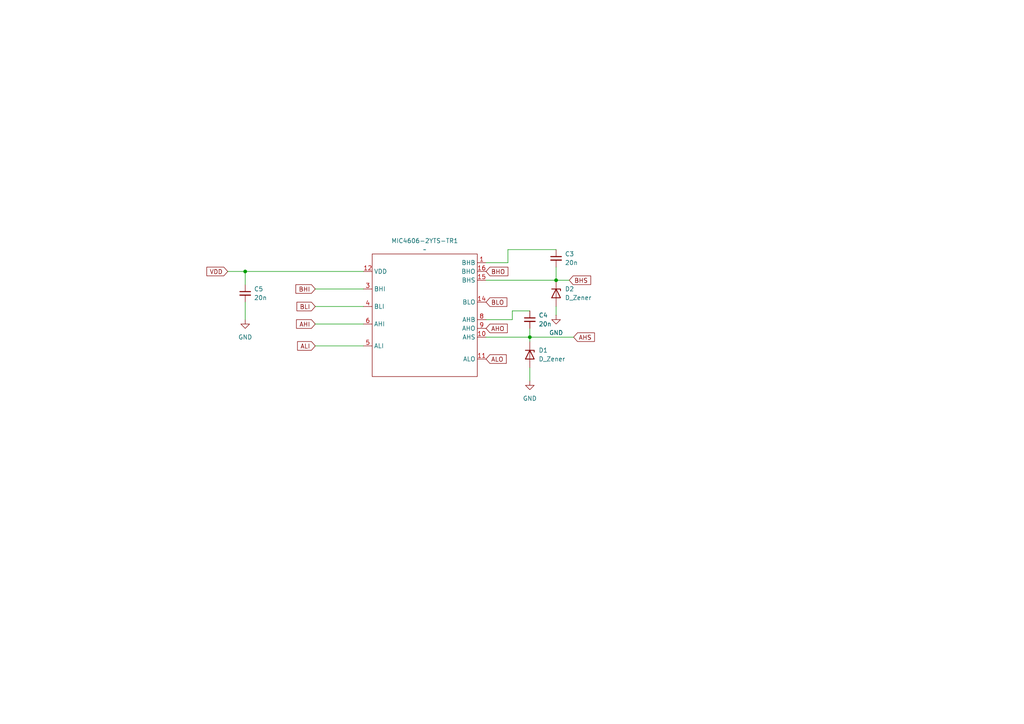
<source format=kicad_sch>
(kicad_sch (version 20231120) (generator "eeschema") (generator_version "8.0")
  (paper "A4")
  (lib_symbols
    (symbol "Device:C_Small" (pin_numbers hide) (pin_names (offset 0.254) hide)
      (property "Reference" "C" (at 0.254 1.778 0))
      (property "Value" "C_Small" (at 0.254 -2.032 0))
      (symbol "C_Small_0_1"
        (polyline (pts (xy -1.524 -0.508) (xy 1.524 -0.508)) (stroke (width 0.3302)))
        (polyline (pts (xy -1.524 0.508) (xy 1.524 0.508)) (stroke (width 0.3048)))
      )
      (symbol "C_Small_1_1"
        (pin passive line (at 0 2.54 270) (length 2.032) (name "~") (number "1"))
        (pin passive line (at 0 -2.54 90) (length 2.032) (name "~") (number "2"))
      )
    )
    (symbol "Device:D_Zener" (pin_numbers hide) (pin_names (offset 1.016) hide)
      (property "Reference" "D" (at 0 2.54 0))
      (property "Value" "D_Zener" (at 0 -2.54 0))
      (symbol "D_Zener_0_1"
        (polyline (pts (xy 1.27 0) (xy -1.27 0)))
        (polyline (pts (xy -1.27 -1.27) (xy -1.27 1.27) (xy -0.762 1.27)) (stroke (width 0.254)))
        (polyline (pts (xy 1.27 -1.27) (xy 1.27 1.27) (xy -1.27 0) (xy 1.27 -1.27)) (stroke (width 0.254)))
      )
      (symbol "D_Zener_1_1"
        (pin passive line (at -3.81 0 0) (length 2.54) (name "K") (number "1"))
        (pin passive line (at 3.81 0 180) (length 2.54) (name "A") (number "2"))
      )
    )
    (symbol "gate_driver:MIC_4606"
      (property "Reference" "MIC4606-2YTS-TR" (at 0 0 0))
      (symbol "MIC_4606_0_1"
        (rectangle (start -15.24 16.51) (end 15.24 -19.05))
      )
      (symbol "MIC_4606_1_1"
        (pin power_out line (at 17.78 13.97 180) (length 2.54) (name "BHB") (number "1"))
        (pin power_out line (at 17.78 -7.62 180) (length 2.54) (name "AHS") (number "10"))
        (pin power_out line (at 17.78 -13.97 180) (length 2.54) (name "ALO") (number "11"))
        (pin power_in line (at -17.78 11.43 0) (length 2.54) (name "VDD") (number "12"))
        (pin power_out line (at 17.78 2.54 180) (length 2.54) (name "BLO") (number "14"))
        (pin power_out line (at 17.78 8.89 180) (length 2.54) (name "BHS") (number "15"))
        (pin power_out line (at 17.78 11.43 180) (length 2.54) (name "BHO") (number "16"))
        (pin input line (at -17.78 6.35 0) (length 2.54) (name "BHI") (number "3"))
        (pin input line (at -17.78 1.27 0) (length 2.54) (name "BLI") (number "4"))
        (pin input line (at -17.78 -10.16 0) (length 2.54) (name "ALI") (number "5"))
        (pin input line (at -17.78 -3.81 0) (length 2.54) (name "AHI") (number "6"))
        (pin power_out line (at 17.78 -2.54 180) (length 2.54) (name "AHB") (number "8"))
        (pin power_out line (at 17.78 -5.08 180) (length 2.54) (name "AHO") (number "9"))
      )
    )
    (symbol "power:GND" (power) (pin_numbers hide) (pin_names (offset 0) hide)
      (property "Value" "GND" (at 0 -3.81 0))
      (symbol "GND_0_1"
        (polyline (pts (xy 0 0) (xy 0 -1.27) (xy 1.27 -1.27) (xy 0 -2.54) (xy -1.27 -1.27) (xy 0 -1.27)))
      )
      (symbol "GND_1_1"
        (pin power_in line (at 0 0 270) (length 0) (name "~") (number "1"))
      )
    )
  )
  (junction (at 161.29 81.28))
  (junction (at 153.67 97.79))
  (junction (at 71.12 78.74))
  (wire (pts (xy 91.44 93.98) (xy 105.41 93.98)))
  (wire (pts (xy 165.1 81.28) (xy 161.29 81.28)))
  (wire (pts (xy 153.67 95.25) (xy 153.67 97.79)))
  (wire (pts (xy 161.29 81.28) (xy 140.97 81.28)))
  (wire (pts (xy 153.67 97.79) (xy 153.67 99.06)))
  (wire (pts (xy 66.04 78.74) (xy 71.12 78.74)))
  (wire (pts (xy 153.67 97.79) (xy 140.97 97.79)))
  (wire (pts (xy 140.97 76.2) (xy 147.32 76.2)))
  (wire (pts (xy 153.67 106.68) (xy 153.67 110.49)))
  (wire (pts (xy 71.12 78.74) (xy 71.12 82.55)))
  (wire (pts (xy 166.37 97.79) (xy 153.67 97.79)))
  (wire (pts (xy 148.59 92.71) (xy 148.59 90.17)))
  (wire (pts (xy 140.97 92.71) (xy 148.59 92.71)))
  (wire (pts (xy 161.29 77.47) (xy 161.29 81.28)))
  (wire (pts (xy 91.44 100.33) (xy 105.41 100.33)))
  (wire (pts (xy 71.12 78.74) (xy 105.41 78.74)))
  (wire (pts (xy 148.59 90.17) (xy 153.67 90.17)))
  (wire (pts (xy 71.12 87.63) (xy 71.12 92.71)))
  (wire (pts (xy 91.44 83.82) (xy 105.41 83.82)))
  (wire (pts (xy 147.32 76.2) (xy 147.32 72.39)))
  (wire (pts (xy 91.44 88.9) (xy 105.41 88.9)))
  (wire (pts (xy 161.29 88.9) (xy 161.29 91.44)))
  (wire (pts (xy 147.32 72.39) (xy 161.29 72.39)))
  (global_label "BLO" (shape input) (at 140.97 87.63 0) (property "Intersheetrefs" "${INTERSHEET_REFS}" (effects (hide yes))))
  (global_label "BLI" (shape input) (at 91.44 88.9 180) (property "Intersheetrefs" "${INTERSHEET_REFS}" (effects (hide yes))))
  (global_label "ALI" (shape input) (at 91.44 100.33 180) (property "Intersheetrefs" "${INTERSHEET_REFS}" (effects (hide yes))))
  (global_label "BHS" (shape input) (at 165.1 81.28 0) (property "Intersheetrefs" "${INTERSHEET_REFS}" (effects (hide yes))))
  (global_label "ALO" (shape input) (at 140.97 104.14 0) (property "Intersheetrefs" "${INTERSHEET_REFS}" (effects (hide yes))))
  (global_label "AHO" (shape input) (at 140.97 95.25 0) (property "Intersheetrefs" "${INTERSHEET_REFS}" (effects (hide yes))))
  (global_label "AHS" (shape input) (at 166.37 97.79 0) (property "Intersheetrefs" "${INTERSHEET_REFS}" (effects (hide yes))))
  (global_label "VDD" (shape input) (at 66.04 78.74 180) (property "Intersheetrefs" "${INTERSHEET_REFS}" (effects (hide yes))))
  (global_label "AHI" (shape input) (at 91.44 93.98 180) (property "Intersheetrefs" "${INTERSHEET_REFS}" (effects (hide yes))))
  (global_label "BHI" (shape input) (at 91.44 83.82 180) (property "Intersheetrefs" "${INTERSHEET_REFS}" (effects (hide yes))))
  (global_label "BHO" (shape input) (at 140.97 78.74 0) (property "Intersheetrefs" "${INTERSHEET_REFS}" (effects (hide yes))))
  (symbol (lib_id "Device:C_Small") (at 71.12 85.09 0) (unit 1)
    (property "Reference" "C5" (at 73.66 83.8262 0) (effects (justify left)))
    (property "Value" "20n" (at 73.66 86.3662 0) (effects (justify left)))
    (property "Footprint" "Capacitor_SMD:C_0402_1005Metric" (effects (hide yes)))
    (property "Description" "Unpolarized capacitor, small symbol" (effects (hide yes)))
  )
  (symbol (lib_id "power:GND") (at 161.29 91.44 0) (unit 1)
    (property "Reference" "#PWR013" (effects (hide yes)))
    (property "Value" "GND" (at 161.29 96.52 0))
    (property "Description" "Power symbol creates a global label with name \"GND\" , ground" (effects (hide yes)))
  )
  (symbol (lib_id "gate_driver:MIC_4606") (at 123.19 90.17 0) (unit 1)
    (property "Reference" "MIC4606-2YTS-TR1" (at 123.19 69.85 0))
    (property "Value" "~" (at 123.19 72.39 0))
    (property "Footprint" "gate_driver:MIC_4606" (effects (hide yes)))
  )
  (symbol (lib_id "Device:C_Small") (at 161.29 74.93 0) (unit 1)
    (property "Reference" "C3" (at 163.83 73.6662 0) (effects (justify left)))
    (property "Value" "20n" (at 163.83 76.2062 0) (effects (justify left)))
    (property "Footprint" "Capacitor_SMD:C_0402_1005Metric" (effects (hide yes)))
    (property "Description" "Unpolarized capacitor, small symbol" (effects (hide yes)))
  )
  (symbol (lib_id "power:GND") (at 153.67 110.49 0) (unit 1)
    (property "Reference" "#PWR012" (effects (hide yes)))
    (property "Value" "GND" (at 153.67 115.57 0))
    (property "Description" "Power symbol creates a global label with name \"GND\" , ground" (effects (hide yes)))
  )
  (symbol (lib_id "Device:C_Small") (at 153.67 92.71 0) (unit 1)
    (property "Reference" "C4" (at 156.21 91.4462 0) (effects (justify left)))
    (property "Value" "20n" (at 156.21 93.9862 0) (effects (justify left)))
    (property "Footprint" "Capacitor_SMD:C_0402_1005Metric" (effects (hide yes)))
    (property "Description" "Unpolarized capacitor, small symbol" (effects (hide yes)))
  )
  (symbol (lib_id "Device:D_Zener") (at 161.29 85.09 270) (unit 1)
    (property "Reference" "D2" (at 163.83 83.8199 90) (effects (justify left)))
    (property "Value" "D_Zener" (at 163.83 86.3599 90) (effects (justify left)))
    (property "Footprint" "Diode_SMD:D_0402_1005Metric" (effects (hide yes)))
    (property "Description" "Zener diode" (effects (hide yes)))
  )
  (symbol (lib_id "Device:D_Zener") (at 153.67 102.87 270) (unit 1)
    (property "Reference" "D1" (at 156.21 101.5999 90) (effects (justify left)))
    (property "Value" "D_Zener" (at 156.21 104.1399 90) (effects (justify left)))
    (property "Footprint" "Diode_SMD:D_0402_1005Metric" (effects (hide yes)))
    (property "Description" "Zener diode" (effects (hide yes)))
  )
  (symbol (lib_id "power:GND") (at 71.12 92.71 0) (unit 1)
    (property "Reference" "#PWR011" (effects (hide yes)))
    (property "Value" "GND" (at 71.12 97.79 0))
    (property "Description" "Power symbol creates a global label with name \"GND\" , ground" (effects (hide yes)))
  )
)
</source>
